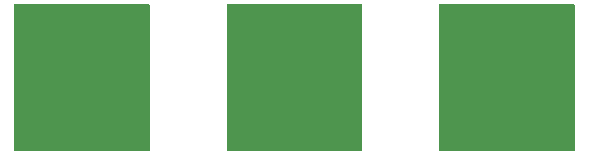
<source format=gbr>
%TF.GenerationSoftware,KiCad,Pcbnew,7.0.9*%
%TF.CreationDate,2024-01-16T21:18:43+00:00*%
%TF.ProjectId,egg-timer,6567672d-7469-46d6-9572-2e6b69636164,rev?*%
%TF.SameCoordinates,Original*%
%TF.FileFunction,Other,User*%
%FSLAX46Y46*%
G04 Gerber Fmt 4.6, Leading zero omitted, Abs format (unit mm)*
G04 Created by KiCad (PCBNEW 7.0.9) date 2024-01-16 21:18:43*
%MOMM*%
%LPD*%
G01*
G04 APERTURE LIST*
G04 APERTURE END LIST*
G36*
X113443039Y-104019685D02*
G01*
X113488794Y-104072489D01*
X113500000Y-104124000D01*
X113500000Y-116376000D01*
X113480315Y-116443039D01*
X113427511Y-116488794D01*
X113376000Y-116500000D01*
X102124000Y-116500000D01*
X102056961Y-116480315D01*
X102011206Y-116427511D01*
X102000000Y-116376000D01*
X102000000Y-104124000D01*
X102019685Y-104056961D01*
X102072489Y-104011206D01*
X102124000Y-104000000D01*
X113376000Y-104000000D01*
X113443039Y-104019685D01*
G37*
G36*
X131443039Y-104019685D02*
G01*
X131488794Y-104072489D01*
X131500000Y-104124000D01*
X131500000Y-116376000D01*
X131480315Y-116443039D01*
X131427511Y-116488794D01*
X131376000Y-116500000D01*
X120124000Y-116500000D01*
X120056961Y-116480315D01*
X120011206Y-116427511D01*
X120000000Y-116376000D01*
X120000000Y-104124000D01*
X120019685Y-104056961D01*
X120072489Y-104011206D01*
X120124000Y-104000000D01*
X131376000Y-104000000D01*
X131443039Y-104019685D01*
G37*
G36*
X149443039Y-104019685D02*
G01*
X149488794Y-104072489D01*
X149500000Y-104124000D01*
X149500000Y-116376000D01*
X149480315Y-116443039D01*
X149427511Y-116488794D01*
X149376000Y-116500000D01*
X138124000Y-116500000D01*
X138056961Y-116480315D01*
X138011206Y-116427511D01*
X138000000Y-116376000D01*
X138000000Y-104124000D01*
X138019685Y-104056961D01*
X138072489Y-104011206D01*
X138124000Y-104000000D01*
X149376000Y-104000000D01*
X149443039Y-104019685D01*
G37*
M02*

</source>
